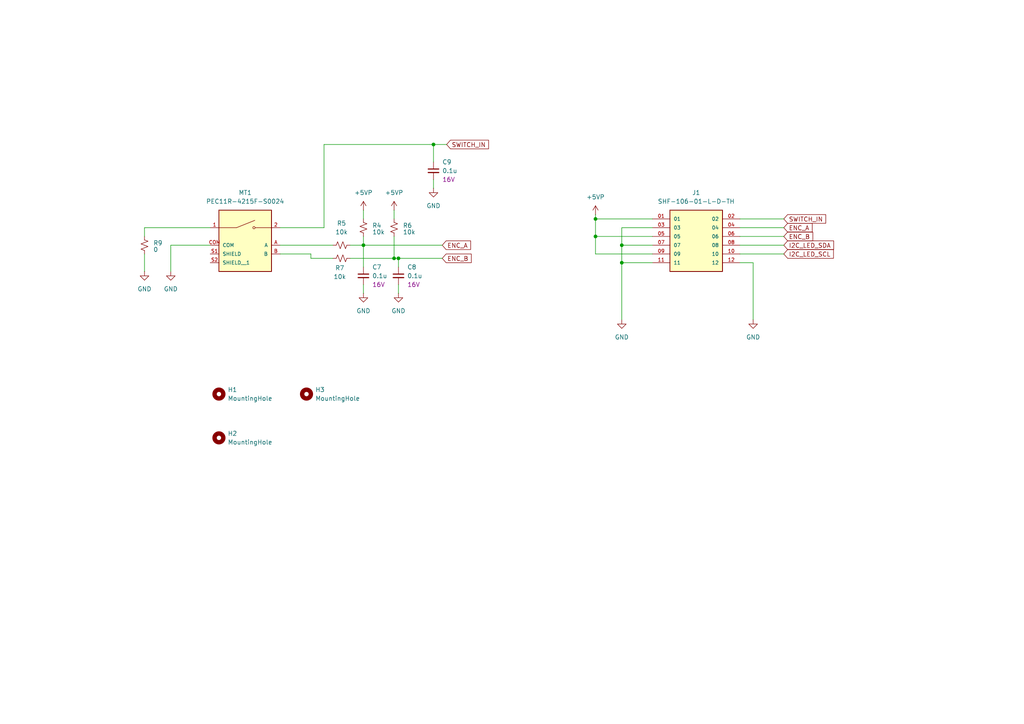
<source format=kicad_sch>
(kicad_sch
	(version 20231120)
	(generator "eeschema")
	(generator_version "8.0")
	(uuid "ee16e683-2c4b-45ab-8082-1dc96de2696a")
	(paper "A4")
	(lib_symbols
		(symbol "1_User_Library:Capacitor_non_polar"
			(pin_numbers hide)
			(pin_names
				(offset 0.254) hide)
			(exclude_from_sim no)
			(in_bom yes)
			(on_board yes)
			(property "Reference" "C"
				(at 2.54 1.778 0)
				(effects
					(font
						(size 1.27 1.27)
					)
					(justify left)
				)
			)
			(property "Value" "val"
				(at 2.54 0 0)
				(effects
					(font
						(size 1.27 1.27)
					)
					(justify left)
				)
			)
			(property "Footprint" ""
				(at 0 0 0)
				(effects
					(font
						(size 1.27 1.27)
					)
					(hide yes)
				)
			)
			(property "Datasheet" "~"
				(at 0 0 0)
				(effects
					(font
						(size 1.27 1.27)
					)
					(hide yes)
				)
			)
			(property "Description" ""
				(at 0 0 0)
				(effects
					(font
						(size 1.27 1.27)
					)
					(hide yes)
				)
			)
			(property "Part Number" ""
				(at 0 0 0)
				(effects
					(font
						(size 1.27 1.27)
					)
					(hide yes)
				)
			)
			(property "Voltage" "Vol"
				(at 2.54 -2.032 0)
				(effects
					(font
						(size 1.27 1.27)
					)
					(justify left)
				)
			)
			(property "ki_keywords" "capacitor cap"
				(at 0 0 0)
				(effects
					(font
						(size 1.27 1.27)
					)
					(hide yes)
				)
			)
			(property "ki_fp_filters" "C_*"
				(at 0 0 0)
				(effects
					(font
						(size 1.27 1.27)
					)
					(hide yes)
				)
			)
			(symbol "Capacitor_non_polar_0_1"
				(polyline
					(pts
						(xy -1.524 -0.508) (xy 1.524 -0.508)
					)
					(stroke
						(width 0.3302)
						(type default)
					)
					(fill
						(type none)
					)
				)
				(polyline
					(pts
						(xy -1.524 0.508) (xy 1.524 0.508)
					)
					(stroke
						(width 0.3048)
						(type default)
					)
					(fill
						(type none)
					)
				)
			)
			(symbol "Capacitor_non_polar_1_1"
				(pin passive line
					(at 0 2.54 270)
					(length 2.032)
					(name "~"
						(effects
							(font
								(size 1.27 1.27)
							)
						)
					)
					(number "1"
						(effects
							(font
								(size 1.27 1.27)
							)
						)
					)
				)
				(pin passive line
					(at 0 -2.54 90)
					(length 2.032)
					(name "~"
						(effects
							(font
								(size 1.27 1.27)
							)
						)
					)
					(number "2"
						(effects
							(font
								(size 1.27 1.27)
							)
						)
					)
				)
			)
		)
		(symbol "1_User_Library:PEC11R-4215F-S0024"
			(pin_names
				(offset 1.016)
			)
			(exclude_from_sim no)
			(in_bom yes)
			(on_board yes)
			(property "Reference" "MT"
				(at -7.62 8.89 0)
				(effects
					(font
						(size 1.27 1.27)
					)
					(justify left bottom)
				)
			)
			(property "Value" "PEC11R-4215F-S0024"
				(at -7.62 -11.43 0)
				(effects
					(font
						(size 1.27 1.27)
					)
					(justify left top)
				)
			)
			(property "Footprint" "PEC11R-4215F-S0024:XDCR_PEC11R-4215F-S0024"
				(at 0 0 0)
				(effects
					(font
						(size 1.27 1.27)
					)
					(justify bottom)
					(hide yes)
				)
			)
			(property "Datasheet" ""
				(at 0 0 0)
				(effects
					(font
						(size 1.27 1.27)
					)
					(hide yes)
				)
			)
			(property "Description" "2 Bit Quadrature Encoder"
				(at 0 0 0)
				(effects
					(font
						(size 1.27 1.27)
					)
					(hide yes)
				)
			)
			(property "PARTREV" "Rev. 09/19"
				(at 0 0 0)
				(effects
					(font
						(size 1.27 1.27)
					)
					(justify bottom)
					(hide yes)
				)
			)
			(property "MANUFACTURER" "J.W.Miller/Bourns"
				(at 0 0 0)
				(effects
					(font
						(size 1.27 1.27)
					)
					(justify bottom)
					(hide yes)
				)
			)
			(property "MAXIMUM_PACKAGE_HEIGHT" "21.5 mm"
				(at 0 0 0)
				(effects
					(font
						(size 1.27 1.27)
					)
					(justify bottom)
					(hide yes)
				)
			)
			(property "STANDARD" "Manufacturer Recommendations"
				(at 0 0 0)
				(effects
					(font
						(size 1.27 1.27)
					)
					(justify bottom)
					(hide yes)
				)
			)
			(symbol "PEC11R-4215F-S0024_0_0"
				(rectangle
					(start -7.62 -10.16)
					(end 7.62 7.62)
					(stroke
						(width 0.254)
						(type default)
					)
					(fill
						(type background)
					)
				)
				(polyline
					(pts
						(xy -2.54 2.54) (xy -7.62 2.54)
					)
					(stroke
						(width 0.1524)
						(type default)
					)
					(fill
						(type none)
					)
				)
				(polyline
					(pts
						(xy -2.54 2.54) (xy 2.794 4.6736)
					)
					(stroke
						(width 0.1524)
						(type default)
					)
					(fill
						(type none)
					)
				)
				(polyline
					(pts
						(xy 7.62 2.54) (xy 2.921 2.54)
					)
					(stroke
						(width 0.1524)
						(type default)
					)
					(fill
						(type none)
					)
				)
				(circle
					(center 2.54 2.54)
					(radius 0.3302)
					(stroke
						(width 0.1524)
						(type default)
					)
					(fill
						(type none)
					)
				)
				(pin passive line
					(at -10.16 2.54 0)
					(length 2.54)
					(name "~"
						(effects
							(font
								(size 1.016 1.016)
							)
						)
					)
					(number "1"
						(effects
							(font
								(size 1.016 1.016)
							)
						)
					)
				)
				(pin passive line
					(at 10.16 2.54 180)
					(length 2.54)
					(name "~"
						(effects
							(font
								(size 1.016 1.016)
							)
						)
					)
					(number "2"
						(effects
							(font
								(size 1.016 1.016)
							)
						)
					)
				)
				(pin passive line
					(at 10.16 -2.54 180)
					(length 2.54)
					(name "A"
						(effects
							(font
								(size 1.016 1.016)
							)
						)
					)
					(number "A"
						(effects
							(font
								(size 1.016 1.016)
							)
						)
					)
				)
				(pin passive line
					(at 10.16 -5.08 180)
					(length 2.54)
					(name "B"
						(effects
							(font
								(size 1.016 1.016)
							)
						)
					)
					(number "B"
						(effects
							(font
								(size 1.016 1.016)
							)
						)
					)
				)
				(pin passive line
					(at -10.16 -2.54 0)
					(length 2.54)
					(name "COM"
						(effects
							(font
								(size 1.016 1.016)
							)
						)
					)
					(number "COM"
						(effects
							(font
								(size 1.016 1.016)
							)
						)
					)
				)
				(pin passive line
					(at -10.16 -5.08 0)
					(length 2.54)
					(name "SHIELD"
						(effects
							(font
								(size 1.016 1.016)
							)
						)
					)
					(number "S1"
						(effects
							(font
								(size 1.016 1.016)
							)
						)
					)
				)
				(pin passive line
					(at -10.16 -7.62 0)
					(length 2.54)
					(name "SHIELD__1"
						(effects
							(font
								(size 1.016 1.016)
							)
						)
					)
					(number "S2"
						(effects
							(font
								(size 1.016 1.016)
							)
						)
					)
				)
			)
		)
		(symbol "1_User_Library:Resistor"
			(pin_numbers hide)
			(pin_names
				(offset 0.254) hide)
			(exclude_from_sim no)
			(in_bom yes)
			(on_board yes)
			(property "Reference" "R"
				(at 0.762 0.508 0)
				(effects
					(font
						(size 1.27 1.27)
					)
					(justify left)
				)
			)
			(property "Value" ""
				(at 0.762 -1.016 0)
				(effects
					(font
						(size 1.27 1.27)
					)
					(justify left)
				)
			)
			(property "Footprint" ""
				(at 0 0 0)
				(effects
					(font
						(size 1.27 1.27)
					)
					(hide yes)
				)
			)
			(property "Datasheet" "~"
				(at 0 0 0)
				(effects
					(font
						(size 1.27 1.27)
					)
					(hide yes)
				)
			)
			(property "Description" ""
				(at 0 0 0)
				(effects
					(font
						(size 1.27 1.27)
					)
					(hide yes)
				)
			)
			(property "Part Number" ""
				(at 0 0 0)
				(effects
					(font
						(size 1.27 1.27)
					)
					(hide yes)
				)
			)
			(property "ki_keywords" "r resistor"
				(at 0 0 0)
				(effects
					(font
						(size 1.27 1.27)
					)
					(hide yes)
				)
			)
			(property "ki_fp_filters" "R_*"
				(at 0 0 0)
				(effects
					(font
						(size 1.27 1.27)
					)
					(hide yes)
				)
			)
			(symbol "Resistor_1_1"
				(polyline
					(pts
						(xy 0 0) (xy 1.016 -0.381) (xy 0 -0.762) (xy -1.016 -1.143) (xy 0 -1.524)
					)
					(stroke
						(width 0)
						(type default)
					)
					(fill
						(type none)
					)
				)
				(polyline
					(pts
						(xy 0 1.524) (xy 1.016 1.143) (xy 0 0.762) (xy -1.016 0.381) (xy 0 0)
					)
					(stroke
						(width 0)
						(type default)
					)
					(fill
						(type none)
					)
				)
				(pin passive line
					(at 0 2.54 270)
					(length 1.016)
					(name "~"
						(effects
							(font
								(size 1.27 1.27)
							)
						)
					)
					(number "1"
						(effects
							(font
								(size 1.27 1.27)
							)
						)
					)
				)
				(pin passive line
					(at 0 -2.54 90)
					(length 1.016)
					(name "~"
						(effects
							(font
								(size 1.27 1.27)
							)
						)
					)
					(number "2"
						(effects
							(font
								(size 1.27 1.27)
							)
						)
					)
				)
			)
		)
		(symbol "1_User_Library:SHF-106-01-L-D-TH"
			(pin_names
				(offset 1.016)
			)
			(exclude_from_sim no)
			(in_bom yes)
			(on_board yes)
			(property "Reference" "J"
				(at -1.016 12.7 0)
				(effects
					(font
						(size 1.27 1.27)
					)
					(justify left bottom)
				)
			)
			(property "Value" "SHF-106-01-L-D-TH"
				(at -11.43 10.414 0)
				(effects
					(font
						(size 1.27 1.27)
					)
					(justify left bottom)
				)
			)
			(property "Footprint" "1_User_Library:SAMTEC_SHF-106-01-L-D-TH"
				(at 0 0 0)
				(effects
					(font
						(size 1.27 1.27)
					)
					(justify bottom)
					(hide yes)
				)
			)
			(property "Datasheet" ""
				(at 0 0 0)
				(effects
					(font
						(size 1.27 1.27)
					)
					(hide yes)
				)
			)
			(property "Description" ""
				(at 0 0 0)
				(effects
					(font
						(size 1.27 1.27)
					)
					(hide yes)
				)
			)
			(property "PARTREV" "R"
				(at 0 0 0)
				(effects
					(font
						(size 1.27 1.27)
					)
					(justify bottom)
					(hide yes)
				)
			)
			(property "MANUFACTURER" "Samtec"
				(at 0 0 0)
				(effects
					(font
						(size 1.27 1.27)
					)
					(justify bottom)
					(hide yes)
				)
			)
			(property "STANDARD" "Manufacturer Recommendations"
				(at 0 0 0)
				(effects
					(font
						(size 1.27 1.27)
					)
					(justify bottom)
					(hide yes)
				)
			)
			(symbol "SHF-106-01-L-D-TH_0_0"
				(rectangle
					(start -7.62 -7.62)
					(end 7.62 10.16)
					(stroke
						(width 0.254)
						(type default)
					)
					(fill
						(type background)
					)
				)
				(pin passive line
					(at -12.7 7.62 0)
					(length 5.08)
					(name "01"
						(effects
							(font
								(size 1.016 1.016)
							)
						)
					)
					(number "01"
						(effects
							(font
								(size 1.016 1.016)
							)
						)
					)
				)
				(pin passive line
					(at 12.7 7.62 180)
					(length 5.08)
					(name "02"
						(effects
							(font
								(size 1.016 1.016)
							)
						)
					)
					(number "02"
						(effects
							(font
								(size 1.016 1.016)
							)
						)
					)
				)
				(pin passive line
					(at -12.7 5.08 0)
					(length 5.08)
					(name "03"
						(effects
							(font
								(size 1.016 1.016)
							)
						)
					)
					(number "03"
						(effects
							(font
								(size 1.016 1.016)
							)
						)
					)
				)
				(pin passive line
					(at 12.7 5.08 180)
					(length 5.08)
					(name "04"
						(effects
							(font
								(size 1.016 1.016)
							)
						)
					)
					(number "04"
						(effects
							(font
								(size 1.016 1.016)
							)
						)
					)
				)
				(pin passive line
					(at -12.7 2.54 0)
					(length 5.08)
					(name "05"
						(effects
							(font
								(size 1.016 1.016)
							)
						)
					)
					(number "05"
						(effects
							(font
								(size 1.016 1.016)
							)
						)
					)
				)
				(pin passive line
					(at 12.7 2.54 180)
					(length 5.08)
					(name "06"
						(effects
							(font
								(size 1.016 1.016)
							)
						)
					)
					(number "06"
						(effects
							(font
								(size 1.016 1.016)
							)
						)
					)
				)
				(pin passive line
					(at -12.7 0 0)
					(length 5.08)
					(name "07"
						(effects
							(font
								(size 1.016 1.016)
							)
						)
					)
					(number "07"
						(effects
							(font
								(size 1.016 1.016)
							)
						)
					)
				)
				(pin passive line
					(at 12.7 0 180)
					(length 5.08)
					(name "08"
						(effects
							(font
								(size 1.016 1.016)
							)
						)
					)
					(number "08"
						(effects
							(font
								(size 1.016 1.016)
							)
						)
					)
				)
				(pin passive line
					(at -12.7 -2.54 0)
					(length 5.08)
					(name "09"
						(effects
							(font
								(size 1.016 1.016)
							)
						)
					)
					(number "09"
						(effects
							(font
								(size 1.016 1.016)
							)
						)
					)
				)
				(pin passive line
					(at 12.7 -2.54 180)
					(length 5.08)
					(name "10"
						(effects
							(font
								(size 1.016 1.016)
							)
						)
					)
					(number "10"
						(effects
							(font
								(size 1.016 1.016)
							)
						)
					)
				)
				(pin passive line
					(at -12.7 -5.08 0)
					(length 5.08)
					(name "11"
						(effects
							(font
								(size 1.016 1.016)
							)
						)
					)
					(number "11"
						(effects
							(font
								(size 1.016 1.016)
							)
						)
					)
				)
				(pin passive line
					(at 12.7 -5.08 180)
					(length 5.08)
					(name "12"
						(effects
							(font
								(size 1.016 1.016)
							)
						)
					)
					(number "12"
						(effects
							(font
								(size 1.016 1.016)
							)
						)
					)
				)
			)
		)
		(symbol "Mechanical:MountingHole"
			(pin_names
				(offset 1.016)
			)
			(exclude_from_sim yes)
			(in_bom no)
			(on_board yes)
			(property "Reference" "H"
				(at 0 5.08 0)
				(effects
					(font
						(size 1.27 1.27)
					)
				)
			)
			(property "Value" "MountingHole"
				(at 0 3.175 0)
				(effects
					(font
						(size 1.27 1.27)
					)
				)
			)
			(property "Footprint" ""
				(at 0 0 0)
				(effects
					(font
						(size 1.27 1.27)
					)
					(hide yes)
				)
			)
			(property "Datasheet" "~"
				(at 0 0 0)
				(effects
					(font
						(size 1.27 1.27)
					)
					(hide yes)
				)
			)
			(property "Description" "Mounting Hole without connection"
				(at 0 0 0)
				(effects
					(font
						(size 1.27 1.27)
					)
					(hide yes)
				)
			)
			(property "ki_keywords" "mounting hole"
				(at 0 0 0)
				(effects
					(font
						(size 1.27 1.27)
					)
					(hide yes)
				)
			)
			(property "ki_fp_filters" "MountingHole*"
				(at 0 0 0)
				(effects
					(font
						(size 1.27 1.27)
					)
					(hide yes)
				)
			)
			(symbol "MountingHole_0_1"
				(circle
					(center 0 0)
					(radius 1.27)
					(stroke
						(width 1.27)
						(type default)
					)
					(fill
						(type none)
					)
				)
			)
		)
		(symbol "power:+5VP"
			(power)
			(pin_numbers hide)
			(pin_names
				(offset 0) hide)
			(exclude_from_sim no)
			(in_bom yes)
			(on_board yes)
			(property "Reference" "#PWR"
				(at 0 -3.81 0)
				(effects
					(font
						(size 1.27 1.27)
					)
					(hide yes)
				)
			)
			(property "Value" "+5VP"
				(at 0 3.556 0)
				(effects
					(font
						(size 1.27 1.27)
					)
				)
			)
			(property "Footprint" ""
				(at 0 0 0)
				(effects
					(font
						(size 1.27 1.27)
					)
					(hide yes)
				)
			)
			(property "Datasheet" ""
				(at 0 0 0)
				(effects
					(font
						(size 1.27 1.27)
					)
					(hide yes)
				)
			)
			(property "Description" "Power symbol creates a global label with name \"+5VP\""
				(at 0 0 0)
				(effects
					(font
						(size 1.27 1.27)
					)
					(hide yes)
				)
			)
			(property "ki_keywords" "global power"
				(at 0 0 0)
				(effects
					(font
						(size 1.27 1.27)
					)
					(hide yes)
				)
			)
			(symbol "+5VP_0_1"
				(polyline
					(pts
						(xy -0.762 1.27) (xy 0 2.54)
					)
					(stroke
						(width 0)
						(type default)
					)
					(fill
						(type none)
					)
				)
				(polyline
					(pts
						(xy 0 0) (xy 0 2.54)
					)
					(stroke
						(width 0)
						(type default)
					)
					(fill
						(type none)
					)
				)
				(polyline
					(pts
						(xy 0 2.54) (xy 0.762 1.27)
					)
					(stroke
						(width 0)
						(type default)
					)
					(fill
						(type none)
					)
				)
			)
			(symbol "+5VP_1_1"
				(pin power_in line
					(at 0 0 90)
					(length 0)
					(name "~"
						(effects
							(font
								(size 1.27 1.27)
							)
						)
					)
					(number "1"
						(effects
							(font
								(size 1.27 1.27)
							)
						)
					)
				)
			)
		)
		(symbol "power:GND"
			(power)
			(pin_numbers hide)
			(pin_names
				(offset 0) hide)
			(exclude_from_sim no)
			(in_bom yes)
			(on_board yes)
			(property "Reference" "#PWR"
				(at 0 -6.35 0)
				(effects
					(font
						(size 1.27 1.27)
					)
					(hide yes)
				)
			)
			(property "Value" "GND"
				(at 0 -3.81 0)
				(effects
					(font
						(size 1.27 1.27)
					)
				)
			)
			(property "Footprint" ""
				(at 0 0 0)
				(effects
					(font
						(size 1.27 1.27)
					)
					(hide yes)
				)
			)
			(property "Datasheet" ""
				(at 0 0 0)
				(effects
					(font
						(size 1.27 1.27)
					)
					(hide yes)
				)
			)
			(property "Description" "Power symbol creates a global label with name \"GND\" , ground"
				(at 0 0 0)
				(effects
					(font
						(size 1.27 1.27)
					)
					(hide yes)
				)
			)
			(property "ki_keywords" "global power"
				(at 0 0 0)
				(effects
					(font
						(size 1.27 1.27)
					)
					(hide yes)
				)
			)
			(symbol "GND_0_1"
				(polyline
					(pts
						(xy 0 0) (xy 0 -1.27) (xy 1.27 -1.27) (xy 0 -2.54) (xy -1.27 -1.27) (xy 0 -1.27)
					)
					(stroke
						(width 0)
						(type default)
					)
					(fill
						(type none)
					)
				)
			)
			(symbol "GND_1_1"
				(pin power_in line
					(at 0 0 270)
					(length 0)
					(name "~"
						(effects
							(font
								(size 1.27 1.27)
							)
						)
					)
					(number "1"
						(effects
							(font
								(size 1.27 1.27)
							)
						)
					)
				)
			)
		)
	)
	(junction
		(at 172.72 68.58)
		(diameter 0)
		(color 0 0 0 0)
		(uuid "17049e69-b699-4941-945f-a358afbf59ed")
	)
	(junction
		(at 172.72 63.5)
		(diameter 0)
		(color 0 0 0 0)
		(uuid "5b2d4684-9396-494c-ae3c-04a8573afac5")
	)
	(junction
		(at 180.34 76.2)
		(diameter 0)
		(color 0 0 0 0)
		(uuid "8d103847-b431-4bae-a5a0-6bc636c567dc")
	)
	(junction
		(at 115.57 74.93)
		(diameter 0)
		(color 0 0 0 0)
		(uuid "9ec9b0fb-e1f3-4062-93b3-e0ec9c01e74a")
	)
	(junction
		(at 114.3 74.93)
		(diameter 0)
		(color 0 0 0 0)
		(uuid "b97ffea0-d227-44e5-9fbd-16605cb796bb")
	)
	(junction
		(at 180.34 71.12)
		(diameter 0)
		(color 0 0 0 0)
		(uuid "cefee3bc-36fe-4e53-8b56-4f97db6afd02")
	)
	(junction
		(at 125.73 41.91)
		(diameter 0)
		(color 0 0 0 0)
		(uuid "db6d8d25-e751-4e14-9205-2bfc360578e0")
	)
	(junction
		(at 105.41 71.12)
		(diameter 0)
		(color 0 0 0 0)
		(uuid "f3d005ce-136b-47db-86c1-1caa99019795")
	)
	(wire
		(pts
			(xy 214.63 71.12) (xy 227.33 71.12)
		)
		(stroke
			(width 0)
			(type default)
		)
		(uuid "01223286-7d17-435d-a3d1-14a8cf1feefa")
	)
	(wire
		(pts
			(xy 105.41 71.12) (xy 128.27 71.12)
		)
		(stroke
			(width 0)
			(type default)
		)
		(uuid "0171edc9-7eca-4122-ae5f-e732a29fefa3")
	)
	(wire
		(pts
			(xy 214.63 66.04) (xy 227.33 66.04)
		)
		(stroke
			(width 0)
			(type default)
		)
		(uuid "027ccabe-baf3-4d40-8b14-86cc60692207")
	)
	(wire
		(pts
			(xy 115.57 82.55) (xy 115.57 85.09)
		)
		(stroke
			(width 0)
			(type default)
		)
		(uuid "037fcb60-8ba4-4c63-8518-4b111859e3ab")
	)
	(wire
		(pts
			(xy 214.63 73.66) (xy 227.33 73.66)
		)
		(stroke
			(width 0)
			(type default)
		)
		(uuid "040ec7ce-73f2-4292-98af-1c9a88a1bcf9")
	)
	(wire
		(pts
			(xy 115.57 74.93) (xy 128.27 74.93)
		)
		(stroke
			(width 0)
			(type default)
		)
		(uuid "0480f7c4-2ec5-4ab5-8399-df5a24784296")
	)
	(wire
		(pts
			(xy 180.34 76.2) (xy 180.34 92.71)
		)
		(stroke
			(width 0)
			(type default)
		)
		(uuid "0791727c-8eae-4c07-b1d0-6de9cc0ba949")
	)
	(wire
		(pts
			(xy 93.98 66.04) (xy 93.98 41.91)
		)
		(stroke
			(width 0)
			(type default)
		)
		(uuid "0c216264-c80d-4227-b914-825dac5ac473")
	)
	(wire
		(pts
			(xy 172.72 68.58) (xy 172.72 73.66)
		)
		(stroke
			(width 0)
			(type default)
		)
		(uuid "15e6dc30-e680-451a-9be2-a416c748f192")
	)
	(wire
		(pts
			(xy 105.41 82.55) (xy 105.41 85.09)
		)
		(stroke
			(width 0)
			(type default)
		)
		(uuid "22c264a8-8630-4f1f-afc8-c92c0ea418f6")
	)
	(wire
		(pts
			(xy 90.17 74.93) (xy 96.52 74.93)
		)
		(stroke
			(width 0)
			(type default)
		)
		(uuid "24def0c2-4987-4985-ab90-7b4d41e61000")
	)
	(wire
		(pts
			(xy 218.44 76.2) (xy 218.44 92.71)
		)
		(stroke
			(width 0)
			(type default)
		)
		(uuid "2ac4bc22-ba30-4809-bb9a-7c10a0af8f22")
	)
	(wire
		(pts
			(xy 41.91 66.04) (xy 41.91 68.58)
		)
		(stroke
			(width 0)
			(type default)
		)
		(uuid "32e00fd3-1351-4241-aa1b-36d917fa082f")
	)
	(wire
		(pts
			(xy 172.72 63.5) (xy 189.23 63.5)
		)
		(stroke
			(width 0)
			(type default)
		)
		(uuid "3489a005-a877-4504-8881-e6918a4e8595")
	)
	(wire
		(pts
			(xy 180.34 66.04) (xy 189.23 66.04)
		)
		(stroke
			(width 0)
			(type default)
		)
		(uuid "38a53392-a0c6-440e-b747-24fec9d04df0")
	)
	(wire
		(pts
			(xy 115.57 77.47) (xy 115.57 74.93)
		)
		(stroke
			(width 0)
			(type default)
		)
		(uuid "3a758cb3-c7fd-4632-a538-8be5b0ef1529")
	)
	(wire
		(pts
			(xy 105.41 71.12) (xy 105.41 77.47)
		)
		(stroke
			(width 0)
			(type default)
		)
		(uuid "3b49849a-7145-4654-b651-69fcc6861826")
	)
	(wire
		(pts
			(xy 172.72 63.5) (xy 172.72 68.58)
		)
		(stroke
			(width 0)
			(type default)
		)
		(uuid "41126df2-7fda-4e40-852a-1594766f5ad0")
	)
	(wire
		(pts
			(xy 105.41 60.96) (xy 105.41 63.5)
		)
		(stroke
			(width 0)
			(type default)
		)
		(uuid "4bc3b8e0-d4db-4e55-b573-d38bb3bea02e")
	)
	(wire
		(pts
			(xy 41.91 73.66) (xy 41.91 78.74)
		)
		(stroke
			(width 0)
			(type default)
		)
		(uuid "501916fb-b7ec-4bac-a9a9-366955030bbc")
	)
	(wire
		(pts
			(xy 114.3 60.96) (xy 114.3 63.5)
		)
		(stroke
			(width 0)
			(type default)
		)
		(uuid "51261cf4-9091-42bc-848f-76e4831a7354")
	)
	(wire
		(pts
			(xy 60.96 71.12) (xy 49.53 71.12)
		)
		(stroke
			(width 0)
			(type default)
		)
		(uuid "51b6873c-d021-474e-8fc7-56a8a9becf49")
	)
	(wire
		(pts
			(xy 125.73 52.07) (xy 125.73 54.61)
		)
		(stroke
			(width 0)
			(type default)
		)
		(uuid "55f12bd6-98dc-43b1-8a1c-e3e7e92ce177")
	)
	(wire
		(pts
			(xy 115.57 74.93) (xy 114.3 74.93)
		)
		(stroke
			(width 0)
			(type default)
		)
		(uuid "5fc10fab-c4cf-4592-a125-611add3510eb")
	)
	(wire
		(pts
			(xy 214.63 63.5) (xy 227.33 63.5)
		)
		(stroke
			(width 0)
			(type default)
		)
		(uuid "6dbdb4b0-8e86-4bf1-b3a1-8fa2e85dd21c")
	)
	(wire
		(pts
			(xy 180.34 71.12) (xy 180.34 76.2)
		)
		(stroke
			(width 0)
			(type default)
		)
		(uuid "781556ff-50fa-4400-9093-6afd4800f2dd")
	)
	(wire
		(pts
			(xy 172.72 62.23) (xy 172.72 63.5)
		)
		(stroke
			(width 0)
			(type default)
		)
		(uuid "860e60c8-9d1f-4017-84a6-d2165e9a2ed3")
	)
	(wire
		(pts
			(xy 180.34 71.12) (xy 189.23 71.12)
		)
		(stroke
			(width 0)
			(type default)
		)
		(uuid "86dfd7cb-548e-4c43-81c0-937a20b15bc3")
	)
	(wire
		(pts
			(xy 81.28 66.04) (xy 93.98 66.04)
		)
		(stroke
			(width 0)
			(type default)
		)
		(uuid "8cfe0c01-ae27-43f3-873d-44a57009726d")
	)
	(wire
		(pts
			(xy 172.72 73.66) (xy 189.23 73.66)
		)
		(stroke
			(width 0)
			(type default)
		)
		(uuid "a0d5b5b7-70bf-4197-ad31-865b0432ddfd")
	)
	(wire
		(pts
			(xy 81.28 73.66) (xy 90.17 73.66)
		)
		(stroke
			(width 0)
			(type default)
		)
		(uuid "b5d7fd6d-f381-41e3-a628-f707afd305d5")
	)
	(wire
		(pts
			(xy 172.72 68.58) (xy 189.23 68.58)
		)
		(stroke
			(width 0)
			(type default)
		)
		(uuid "c3cc7247-d45d-4862-849a-4d41092f1407")
	)
	(wire
		(pts
			(xy 114.3 74.93) (xy 114.3 68.58)
		)
		(stroke
			(width 0)
			(type default)
		)
		(uuid "c5925945-83cc-4751-a2d1-cc1433cf7e76")
	)
	(wire
		(pts
			(xy 93.98 41.91) (xy 125.73 41.91)
		)
		(stroke
			(width 0)
			(type default)
		)
		(uuid "c91137a1-16fd-4991-8cb6-179241e4d88a")
	)
	(wire
		(pts
			(xy 81.28 71.12) (xy 96.52 71.12)
		)
		(stroke
			(width 0)
			(type default)
		)
		(uuid "cc462198-5b15-451b-81ff-2d4f1b34252f")
	)
	(wire
		(pts
			(xy 218.44 76.2) (xy 214.63 76.2)
		)
		(stroke
			(width 0)
			(type default)
		)
		(uuid "d17ec14d-9480-42a7-83fa-91cffbaf77a3")
	)
	(wire
		(pts
			(xy 105.41 71.12) (xy 105.41 68.58)
		)
		(stroke
			(width 0)
			(type default)
		)
		(uuid "dc7c134f-e6a2-4d39-b83d-13b33563b640")
	)
	(wire
		(pts
			(xy 125.73 41.91) (xy 125.73 46.99)
		)
		(stroke
			(width 0)
			(type default)
		)
		(uuid "dd0d7123-618a-4d7c-803a-e1a5dc5a704d")
	)
	(wire
		(pts
			(xy 90.17 73.66) (xy 90.17 74.93)
		)
		(stroke
			(width 0)
			(type default)
		)
		(uuid "e0df9d7c-1d55-4679-9a13-7403dcaeaf57")
	)
	(wire
		(pts
			(xy 180.34 66.04) (xy 180.34 71.12)
		)
		(stroke
			(width 0)
			(type default)
		)
		(uuid "e78d9531-b265-4208-8ffd-d0eb90bea6c9")
	)
	(wire
		(pts
			(xy 49.53 71.12) (xy 49.53 78.74)
		)
		(stroke
			(width 0)
			(type default)
		)
		(uuid "e96d2c53-ffc1-4d89-a32a-d9aa3b9deb12")
	)
	(wire
		(pts
			(xy 101.6 71.12) (xy 105.41 71.12)
		)
		(stroke
			(width 0)
			(type default)
		)
		(uuid "e98e3b3b-e60d-4228-9eaa-b3ebee335f82")
	)
	(wire
		(pts
			(xy 214.63 68.58) (xy 227.33 68.58)
		)
		(stroke
			(width 0)
			(type default)
		)
		(uuid "e9a83bd3-1062-40cf-9f0b-e42603cc23b5")
	)
	(wire
		(pts
			(xy 125.73 41.91) (xy 129.54 41.91)
		)
		(stroke
			(width 0)
			(type default)
		)
		(uuid "e9c1f2a4-e240-4f90-afa8-9b887f9abae6")
	)
	(wire
		(pts
			(xy 41.91 66.04) (xy 60.96 66.04)
		)
		(stroke
			(width 0)
			(type default)
		)
		(uuid "ec9de48e-bfa5-459b-85fd-ed170488c88e")
	)
	(wire
		(pts
			(xy 180.34 76.2) (xy 189.23 76.2)
		)
		(stroke
			(width 0)
			(type default)
		)
		(uuid "ef5c2f16-2384-4160-896e-a5c1e539cf90")
	)
	(wire
		(pts
			(xy 101.6 74.93) (xy 114.3 74.93)
		)
		(stroke
			(width 0)
			(type default)
		)
		(uuid "fb5c07fe-8c97-4095-b1a4-fa84fc052541")
	)
	(global_label "ENC_B"
		(shape input)
		(at 128.27 74.93 0)
		(fields_autoplaced yes)
		(effects
			(font
				(size 1.27 1.27)
			)
			(justify left)
		)
		(uuid "0a051b56-4533-4225-8cb7-7d275712b855")
		(property "Intersheetrefs" "${INTERSHEET_REFS}"
			(at 137.2423 74.93 0)
			(effects
				(font
					(size 1.27 1.27)
				)
				(justify left)
				(hide yes)
			)
		)
	)
	(global_label "ENC_A"
		(shape input)
		(at 128.27 71.12 0)
		(fields_autoplaced yes)
		(effects
			(font
				(size 1.27 1.27)
			)
			(justify left)
		)
		(uuid "3f453a21-6206-4bd0-8d31-66bacd9560a7")
		(property "Intersheetrefs" "${INTERSHEET_REFS}"
			(at 137.0609 71.12 0)
			(effects
				(font
					(size 1.27 1.27)
				)
				(justify left)
				(hide yes)
			)
		)
	)
	(global_label "ENC_A"
		(shape input)
		(at 227.33 66.04 0)
		(fields_autoplaced yes)
		(effects
			(font
				(size 1.27 1.27)
			)
			(justify left)
		)
		(uuid "4f5fb8a4-3784-4d97-858b-2bd5d75329db")
		(property "Intersheetrefs" "${INTERSHEET_REFS}"
			(at 236.1209 66.04 0)
			(effects
				(font
					(size 1.27 1.27)
				)
				(justify left)
				(hide yes)
			)
		)
	)
	(global_label "I2C_LED_SCL"
		(shape input)
		(at 227.33 73.66 0)
		(fields_autoplaced yes)
		(effects
			(font
				(size 1.27 1.27)
			)
			(justify left)
		)
		(uuid "691b25e3-1647-4c79-8207-ebe0ec656219")
		(property "Intersheetrefs" "${INTERSHEET_REFS}"
			(at 242.2894 73.66 0)
			(effects
				(font
					(size 1.27 1.27)
				)
				(justify left)
				(hide yes)
			)
		)
	)
	(global_label "SWITCH_IN"
		(shape input)
		(at 227.33 63.5 0)
		(fields_autoplaced yes)
		(effects
			(font
				(size 1.27 1.27)
			)
			(justify left)
		)
		(uuid "844299a1-81a5-460f-bcbe-8fbe0e6d3d50")
		(property "Intersheetrefs" "${INTERSHEET_REFS}"
			(at 240.0519 63.5 0)
			(effects
				(font
					(size 1.27 1.27)
				)
				(justify left)
				(hide yes)
			)
		)
	)
	(global_label "SWITCH_IN"
		(shape input)
		(at 129.54 41.91 0)
		(fields_autoplaced yes)
		(effects
			(font
				(size 1.27 1.27)
			)
			(justify left)
		)
		(uuid "ca304c71-9577-429d-acf8-48f390704843")
		(property "Intersheetrefs" "${INTERSHEET_REFS}"
			(at 142.2619 41.91 0)
			(effects
				(font
					(size 1.27 1.27)
				)
				(justify left)
				(hide yes)
			)
		)
	)
	(global_label "I2C_LED_SDA"
		(shape input)
		(at 227.33 71.12 0)
		(fields_autoplaced yes)
		(effects
			(font
				(size 1.27 1.27)
			)
			(justify left)
		)
		(uuid "ce350446-c063-469e-9dce-7e1c5f666935")
		(property "Intersheetrefs" "${INTERSHEET_REFS}"
			(at 242.3499 71.12 0)
			(effects
				(font
					(size 1.27 1.27)
				)
				(justify left)
				(hide yes)
			)
		)
	)
	(global_label "ENC_B"
		(shape input)
		(at 227.33 68.58 0)
		(fields_autoplaced yes)
		(effects
			(font
				(size 1.27 1.27)
			)
			(justify left)
		)
		(uuid "e6cc94cd-9143-4c59-8efd-5888d96adf5a")
		(property "Intersheetrefs" "${INTERSHEET_REFS}"
			(at 236.3023 68.58 0)
			(effects
				(font
					(size 1.27 1.27)
				)
				(justify left)
				(hide yes)
			)
		)
	)
	(symbol
		(lib_id "power:GND")
		(at 125.73 54.61 0)
		(unit 1)
		(exclude_from_sim no)
		(in_bom yes)
		(on_board yes)
		(dnp no)
		(fields_autoplaced yes)
		(uuid "17eff7b9-87cb-49eb-a721-2e2e335496c3")
		(property "Reference" "#PWR06"
			(at 125.73 60.96 0)
			(effects
				(font
					(size 1.27 1.27)
				)
				(hide yes)
			)
		)
		(property "Value" "GND"
			(at 125.73 59.69 0)
			(effects
				(font
					(size 1.27 1.27)
				)
			)
		)
		(property "Footprint" ""
			(at 125.73 54.61 0)
			(effects
				(font
					(size 1.27 1.27)
				)
				(hide yes)
			)
		)
		(property "Datasheet" ""
			(at 125.73 54.61 0)
			(effects
				(font
					(size 1.27 1.27)
				)
				(hide yes)
			)
		)
		(property "Description" "Power symbol creates a global label with name \"GND\" , ground"
			(at 125.73 54.61 0)
			(effects
				(font
					(size 1.27 1.27)
				)
				(hide yes)
			)
		)
		(pin "1"
			(uuid "b077449b-8e3e-4d2b-9572-9cdae2e066d4")
		)
		(instances
			(project "Display"
				(path "/b1737ac0-d1b4-4da0-972b-0f4bc37d3762/0fb8d1cf-2d94-4e78-82ca-ab3f3de2e39f"
					(reference "#PWR06")
					(unit 1)
				)
			)
		)
	)
	(symbol
		(lib_id "1_User_Library:PEC11R-4215F-S0024")
		(at 71.12 68.58 0)
		(unit 1)
		(exclude_from_sim no)
		(in_bom yes)
		(on_board yes)
		(dnp no)
		(fields_autoplaced yes)
		(uuid "3065730c-3247-4c22-befe-0ff3c33eee10")
		(property "Reference" "MT1"
			(at 71.12 55.88 0)
			(effects
				(font
					(size 1.27 1.27)
				)
			)
		)
		(property "Value" "PEC11R-4215F-S0024"
			(at 71.12 58.42 0)
			(effects
				(font
					(size 1.27 1.27)
				)
			)
		)
		(property "Footprint" "1_User_Library:XDCR_PEC11R-4215F-S0024"
			(at 71.12 68.58 0)
			(effects
				(font
					(size 1.27 1.27)
				)
				(justify bottom)
				(hide yes)
			)
		)
		(property "Datasheet" ""
			(at 71.12 68.58 0)
			(effects
				(font
					(size 1.27 1.27)
				)
				(hide yes)
			)
		)
		(property "Description" "2 Bit Quadrature Encoder"
			(at 71.12 68.58 0)
			(effects
				(font
					(size 1.27 1.27)
				)
				(hide yes)
			)
		)
		(property "PARTREV" "Rev. 09/19"
			(at 71.12 68.58 0)
			(effects
				(font
					(size 1.27 1.27)
				)
				(justify bottom)
				(hide yes)
			)
		)
		(property "MANUFACTURER" "J.W.Miller/Bourns"
			(at 71.12 68.58 0)
			(effects
				(font
					(size 1.27 1.27)
				)
				(justify bottom)
				(hide yes)
			)
		)
		(property "MAXIMUM_PACKAGE_HEIGHT" "21.5 mm"
			(at 71.12 68.58 0)
			(effects
				(font
					(size 1.27 1.27)
				)
				(justify bottom)
				(hide yes)
			)
		)
		(property "STANDARD" "Manufacturer Recommendations"
			(at 71.12 68.58 0)
			(effects
				(font
					(size 1.27 1.27)
				)
				(justify bottom)
				(hide yes)
			)
		)
		(property "Part Number" "PEC11R-4215F-S0024"
			(at 71.12 68.58 0)
			(effects
				(font
					(size 1.27 1.27)
				)
				(hide yes)
			)
		)
		(pin "COM"
			(uuid "17ad84fd-fbab-4c5f-b4ad-9278a5248b16")
		)
		(pin "S2"
			(uuid "480654ed-dd1d-4b25-80c2-38871010677e")
		)
		(pin "B"
			(uuid "63e49467-384f-43f4-8a93-1c25f564daf5")
		)
		(pin "1"
			(uuid "763c7ccc-0bc3-451c-84d0-419063e17d12")
		)
		(pin "S1"
			(uuid "4d6b30c6-1336-434d-80a7-f43c342a71de")
		)
		(pin "A"
			(uuid "01b5a1cf-e73a-4002-9527-eb8ba0162f65")
		)
		(pin "2"
			(uuid "8a616261-0ccb-4c2c-86df-5683fd331294")
		)
		(instances
			(project ""
				(path "/b1737ac0-d1b4-4da0-972b-0f4bc37d3762/0fb8d1cf-2d94-4e78-82ca-ab3f3de2e39f"
					(reference "MT1")
					(unit 1)
				)
			)
		)
	)
	(symbol
		(lib_id "power:GND")
		(at 115.57 85.09 0)
		(unit 1)
		(exclude_from_sim no)
		(in_bom yes)
		(on_board yes)
		(dnp no)
		(fields_autoplaced yes)
		(uuid "329bc48c-2239-4883-91a5-7307923646e6")
		(property "Reference" "#PWR015"
			(at 115.57 91.44 0)
			(effects
				(font
					(size 1.27 1.27)
				)
				(hide yes)
			)
		)
		(property "Value" "GND"
			(at 115.57 90.17 0)
			(effects
				(font
					(size 1.27 1.27)
				)
			)
		)
		(property "Footprint" ""
			(at 115.57 85.09 0)
			(effects
				(font
					(size 1.27 1.27)
				)
				(hide yes)
			)
		)
		(property "Datasheet" ""
			(at 115.57 85.09 0)
			(effects
				(font
					(size 1.27 1.27)
				)
				(hide yes)
			)
		)
		(property "Description" "Power symbol creates a global label with name \"GND\" , ground"
			(at 115.57 85.09 0)
			(effects
				(font
					(size 1.27 1.27)
				)
				(hide yes)
			)
		)
		(pin "1"
			(uuid "61bb7b4e-853d-4ff8-9b14-40f20b8f2bd8")
		)
		(instances
			(project "Display"
				(path "/b1737ac0-d1b4-4da0-972b-0f4bc37d3762/0fb8d1cf-2d94-4e78-82ca-ab3f3de2e39f"
					(reference "#PWR015")
					(unit 1)
				)
			)
		)
	)
	(symbol
		(lib_id "1_User_Library:Resistor")
		(at 114.3 66.04 0)
		(unit 1)
		(exclude_from_sim no)
		(in_bom yes)
		(on_board yes)
		(dnp no)
		(fields_autoplaced yes)
		(uuid "3c03393f-946e-4032-8f91-364e522b2265")
		(property "Reference" "R6"
			(at 116.84 65.4049 0)
			(effects
				(font
					(size 1.27 1.27)
				)
				(justify left)
			)
		)
		(property "Value" "10k"
			(at 116.84 67.31 0)
			(effects
				(font
					(size 1.27 1.27)
				)
				(justify left)
			)
		)
		(property "Footprint" "Resistor_SMD:R_0805_2012Metric_Pad1.20x1.40mm_HandSolder"
			(at 114.3 66.04 0)
			(effects
				(font
					(size 1.27 1.27)
				)
				(hide yes)
			)
		)
		(property "Datasheet" "~"
			(at 114.3 66.04 0)
			(effects
				(font
					(size 1.27 1.27)
				)
				(hide yes)
			)
		)
		(property "Description" "RES, 0805, 10K, 1PCT"
			(at 114.3 66.04 0)
			(effects
				(font
					(size 1.27 1.27)
				)
				(hide yes)
			)
		)
		(property "Part Number" "CRCW080510K0FKEA"
			(at 114.3 66.04 0)
			(effects
				(font
					(size 1.27 1.27)
				)
				(hide yes)
			)
		)
		(pin "1"
			(uuid "0d43534a-4e98-4cf9-9db8-474a1a1df1fa")
		)
		(pin "2"
			(uuid "78dff3d1-140b-4f4f-ab2d-2e1c873f1de9")
		)
		(instances
			(project "Display"
				(path "/b1737ac0-d1b4-4da0-972b-0f4bc37d3762/0fb8d1cf-2d94-4e78-82ca-ab3f3de2e39f"
					(reference "R6")
					(unit 1)
				)
			)
		)
	)
	(symbol
		(lib_id "1_User_Library:Resistor")
		(at 99.06 71.12 90)
		(unit 1)
		(exclude_from_sim no)
		(in_bom yes)
		(on_board yes)
		(dnp no)
		(fields_autoplaced yes)
		(uuid "4e60cceb-9ebc-4987-b077-6811bae107b0")
		(property "Reference" "R5"
			(at 99.06 64.77 90)
			(effects
				(font
					(size 1.27 1.27)
				)
			)
		)
		(property "Value" "10k"
			(at 99.06 67.31 90)
			(effects
				(font
					(size 1.27 1.27)
				)
			)
		)
		(property "Footprint" "Resistor_SMD:R_0805_2012Metric_Pad1.20x1.40mm_HandSolder"
			(at 99.06 71.12 0)
			(effects
				(font
					(size 1.27 1.27)
				)
				(hide yes)
			)
		)
		(property "Datasheet" "~"
			(at 99.06 71.12 0)
			(effects
				(font
					(size 1.27 1.27)
				)
				(hide yes)
			)
		)
		(property "Description" "RES, 0805, 10K, 1PCT"
			(at 99.06 71.12 0)
			(effects
				(font
					(size 1.27 1.27)
				)
				(hide yes)
			)
		)
		(property "Part Number" "CRCW080510K0FKEA"
			(at 99.06 71.12 0)
			(effects
				(font
					(size 1.27 1.27)
				)
				(hide yes)
			)
		)
		(pin "1"
			(uuid "8466dc4d-8b83-4f87-978e-15afcfa1ae2f")
		)
		(pin "2"
			(uuid "1e3704bd-c099-4770-ab5c-77e3dbe10207")
		)
		(instances
			(project "Display"
				(path "/b1737ac0-d1b4-4da0-972b-0f4bc37d3762/0fb8d1cf-2d94-4e78-82ca-ab3f3de2e39f"
					(reference "R5")
					(unit 1)
				)
			)
		)
	)
	(symbol
		(lib_id "power:GND")
		(at 180.34 92.71 0)
		(unit 1)
		(exclude_from_sim no)
		(in_bom yes)
		(on_board yes)
		(dnp no)
		(fields_autoplaced yes)
		(uuid "6134eed8-bbc4-4668-92ed-a2ea7eb5332b")
		(property "Reference" "#PWR020"
			(at 180.34 99.06 0)
			(effects
				(font
					(size 1.27 1.27)
				)
				(hide yes)
			)
		)
		(property "Value" "GND"
			(at 180.34 97.79 0)
			(effects
				(font
					(size 1.27 1.27)
				)
			)
		)
		(property "Footprint" ""
			(at 180.34 92.71 0)
			(effects
				(font
					(size 1.27 1.27)
				)
				(hide yes)
			)
		)
		(property "Datasheet" ""
			(at 180.34 92.71 0)
			(effects
				(font
					(size 1.27 1.27)
				)
				(hide yes)
			)
		)
		(property "Description" "Power symbol creates a global label with name \"GND\" , ground"
			(at 180.34 92.71 0)
			(effects
				(font
					(size 1.27 1.27)
				)
				(hide yes)
			)
		)
		(pin "1"
			(uuid "ba10afa0-32ab-408d-8b76-959196af1ef8")
		)
		(instances
			(project "Display"
				(path "/b1737ac0-d1b4-4da0-972b-0f4bc37d3762/0fb8d1cf-2d94-4e78-82ca-ab3f3de2e39f"
					(reference "#PWR020")
					(unit 1)
				)
			)
		)
	)
	(symbol
		(lib_id "1_User_Library:Resistor")
		(at 99.06 74.93 90)
		(unit 1)
		(exclude_from_sim no)
		(in_bom yes)
		(on_board yes)
		(dnp no)
		(uuid "6a871ac7-b7be-4ffb-be4f-98e200c006da")
		(property "Reference" "R7"
			(at 98.552 77.724 90)
			(effects
				(font
					(size 1.27 1.27)
				)
			)
		)
		(property "Value" "10k"
			(at 98.552 80.264 90)
			(effects
				(font
					(size 1.27 1.27)
				)
			)
		)
		(property "Footprint" "Resistor_SMD:R_0805_2012Metric_Pad1.20x1.40mm_HandSolder"
			(at 99.06 74.93 0)
			(effects
				(font
					(size 1.27 1.27)
				)
				(hide yes)
			)
		)
		(property "Datasheet" "~"
			(at 99.06 74.93 0)
			(effects
				(font
					(size 1.27 1.27)
				)
				(hide yes)
			)
		)
		(property "Description" "RES, 0805, 10K, 1PCT"
			(at 99.06 74.93 0)
			(effects
				(font
					(size 1.27 1.27)
				)
				(hide yes)
			)
		)
		(property "Part Number" "CRCW080510K0FKEA"
			(at 99.06 74.93 0)
			(effects
				(font
					(size 1.27 1.27)
				)
				(hide yes)
			)
		)
		(pin "1"
			(uuid "07bcca96-e0ca-4687-8b19-dcfa49cec2e4")
		)
		(pin "2"
			(uuid "2ca43d1d-9000-4263-ab91-e7abbc728430")
		)
		(instances
			(project "Display"
				(path "/b1737ac0-d1b4-4da0-972b-0f4bc37d3762/0fb8d1cf-2d94-4e78-82ca-ab3f3de2e39f"
					(reference "R7")
					(unit 1)
				)
			)
		)
	)
	(symbol
		(lib_id "1_User_Library:Resistor")
		(at 41.91 71.12 0)
		(unit 1)
		(exclude_from_sim no)
		(in_bom yes)
		(on_board yes)
		(dnp no)
		(fields_autoplaced yes)
		(uuid "6ae8a551-78a0-4f4f-b141-a6ede17d2761")
		(property "Reference" "R9"
			(at 44.45 70.4849 0)
			(effects
				(font
					(size 1.27 1.27)
				)
				(justify left)
			)
		)
		(property "Value" "0"
			(at 44.45 72.39 0)
			(effects
				(font
					(size 1.27 1.27)
				)
				(justify left)
			)
		)
		(property "Footprint" "Resistor_SMD:R_0805_2012Metric_Pad1.20x1.40mm_HandSolder"
			(at 41.91 71.12 0)
			(effects
				(font
					(size 1.27 1.27)
				)
				(hide yes)
			)
		)
		(property "Datasheet" "~"
			(at 41.91 71.12 0)
			(effects
				(font
					(size 1.27 1.27)
				)
				(hide yes)
			)
		)
		(property "Description" "RES, 0805, 0-OHM"
			(at 41.91 71.12 0)
			(effects
				(font
					(size 1.27 1.27)
				)
				(hide yes)
			)
		)
		(property "Part Number" "CRCW08050000FKEA"
			(at 41.91 71.12 0)
			(effects
				(font
					(size 1.27 1.27)
				)
				(hide yes)
			)
		)
		(pin "1"
			(uuid "0cefaf37-98a9-46ba-8af1-982906c33053")
		)
		(pin "2"
			(uuid "d97ca596-1b86-4eca-bdda-0d7d79078a0f")
		)
		(instances
			(project "Display"
				(path "/b1737ac0-d1b4-4da0-972b-0f4bc37d3762/0fb8d1cf-2d94-4e78-82ca-ab3f3de2e39f"
					(reference "R9")
					(unit 1)
				)
			)
		)
	)
	(symbol
		(lib_id "power:GND")
		(at 41.91 78.74 0)
		(unit 1)
		(exclude_from_sim no)
		(in_bom yes)
		(on_board yes)
		(dnp no)
		(fields_autoplaced yes)
		(uuid "7259baaa-a2e7-4271-83eb-82587b675dc4")
		(property "Reference" "#PWR018"
			(at 41.91 85.09 0)
			(effects
				(font
					(size 1.27 1.27)
				)
				(hide yes)
			)
		)
		(property "Value" "GND"
			(at 41.91 83.82 0)
			(effects
				(font
					(size 1.27 1.27)
				)
			)
		)
		(property "Footprint" ""
			(at 41.91 78.74 0)
			(effects
				(font
					(size 1.27 1.27)
				)
				(hide yes)
			)
		)
		(property "Datasheet" ""
			(at 41.91 78.74 0)
			(effects
				(font
					(size 1.27 1.27)
				)
				(hide yes)
			)
		)
		(property "Description" "Power symbol creates a global label with name \"GND\" , ground"
			(at 41.91 78.74 0)
			(effects
				(font
					(size 1.27 1.27)
				)
				(hide yes)
			)
		)
		(pin "1"
			(uuid "52d2c4a3-c493-45a8-8f46-d3751cedfa41")
		)
		(instances
			(project "Display"
				(path "/b1737ac0-d1b4-4da0-972b-0f4bc37d3762/0fb8d1cf-2d94-4e78-82ca-ab3f3de2e39f"
					(reference "#PWR018")
					(unit 1)
				)
			)
		)
	)
	(symbol
		(lib_id "Mechanical:MountingHole")
		(at 63.5 127 0)
		(unit 1)
		(exclude_from_sim yes)
		(in_bom no)
		(on_board yes)
		(dnp no)
		(fields_autoplaced yes)
		(uuid "7ce71e12-cc35-4565-bde5-73ca31f4f0e5")
		(property "Reference" "H2"
			(at 66.04 125.7299 0)
			(effects
				(font
					(size 1.27 1.27)
				)
				(justify left)
			)
		)
		(property "Value" "MountingHole"
			(at 66.04 128.2699 0)
			(effects
				(font
					(size 1.27 1.27)
				)
				(justify left)
			)
		)
		(property "Footprint" "MountingHole:MountingHole_2.2mm_M2_Pad"
			(at 63.5 127 0)
			(effects
				(font
					(size 1.27 1.27)
				)
				(hide yes)
			)
		)
		(property "Datasheet" "~"
			(at 63.5 127 0)
			(effects
				(font
					(size 1.27 1.27)
				)
				(hide yes)
			)
		)
		(property "Description" "Mounting Hole without connection"
			(at 63.5 127 0)
			(effects
				(font
					(size 1.27 1.27)
				)
				(hide yes)
			)
		)
		(instances
			(project "Display"
				(path "/b1737ac0-d1b4-4da0-972b-0f4bc37d3762/0fb8d1cf-2d94-4e78-82ca-ab3f3de2e39f"
					(reference "H2")
					(unit 1)
				)
			)
		)
	)
	(symbol
		(lib_id "1_User_Library:Capacitor_non_polar")
		(at 125.73 49.53 0)
		(unit 1)
		(exclude_from_sim no)
		(in_bom yes)
		(on_board yes)
		(dnp no)
		(fields_autoplaced yes)
		(uuid "86f81e44-4061-49d3-a7d4-b96795d53f30")
		(property "Reference" "C9"
			(at 128.27 46.9962 0)
			(effects
				(font
					(size 1.27 1.27)
				)
				(justify left)
			)
		)
		(property "Value" "0.1u"
			(at 128.27 49.5362 0)
			(effects
				(font
					(size 1.27 1.27)
				)
				(justify left)
			)
		)
		(property "Footprint" "Capacitor_SMD:C_0805_2012Metric_Pad1.18x1.45mm_HandSolder"
			(at 125.73 49.53 0)
			(effects
				(font
					(size 1.27 1.27)
				)
				(hide yes)
			)
		)
		(property "Datasheet" "~"
			(at 125.73 49.53 0)
			(effects
				(font
					(size 1.27 1.27)
				)
				(hide yes)
			)
		)
		(property "Description" "CAP, MLCC, 0.1U, 16V, 0805"
			(at 125.73 49.53 0)
			(effects
				(font
					(size 1.27 1.27)
				)
				(hide yes)
			)
		)
		(property "Part Number" "0805YC104MAT2A"
			(at 125.73 49.53 0)
			(effects
				(font
					(size 1.27 1.27)
				)
				(hide yes)
			)
		)
		(property "Voltage" "16V"
			(at 128.27 52.0762 0)
			(effects
				(font
					(size 1.27 1.27)
				)
				(justify left)
			)
		)
		(pin "2"
			(uuid "cd024b78-67ba-4b98-8b75-488b629e57d3")
		)
		(pin "1"
			(uuid "9b6ace5f-a174-416d-9d05-0ab20ec2bcef")
		)
		(instances
			(project "Display"
				(path "/b1737ac0-d1b4-4da0-972b-0f4bc37d3762/0fb8d1cf-2d94-4e78-82ca-ab3f3de2e39f"
					(reference "C9")
					(unit 1)
				)
			)
		)
	)
	(symbol
		(lib_id "power:+5VP")
		(at 114.3 60.96 0)
		(unit 1)
		(exclude_from_sim no)
		(in_bom yes)
		(on_board yes)
		(dnp no)
		(fields_autoplaced yes)
		(uuid "8ef1bc6a-1da7-40a4-8c64-312722e4feb9")
		(property "Reference" "#PWR017"
			(at 114.3 64.77 0)
			(effects
				(font
					(size 1.27 1.27)
				)
				(hide yes)
			)
		)
		(property "Value" "+5VP"
			(at 114.3 55.88 0)
			(effects
				(font
					(size 1.27 1.27)
				)
			)
		)
		(property "Footprint" ""
			(at 114.3 60.96 0)
			(effects
				(font
					(size 1.27 1.27)
				)
				(hide yes)
			)
		)
		(property "Datasheet" ""
			(at 114.3 60.96 0)
			(effects
				(font
					(size 1.27 1.27)
				)
				(hide yes)
			)
		)
		(property "Description" "Power symbol creates a global label with name \"+5VP\""
			(at 114.3 60.96 0)
			(effects
				(font
					(size 1.27 1.27)
				)
				(hide yes)
			)
		)
		(pin "1"
			(uuid "c6992a97-f7d1-4002-baef-500ca100b71f")
		)
		(instances
			(project "Display"
				(path "/b1737ac0-d1b4-4da0-972b-0f4bc37d3762/0fb8d1cf-2d94-4e78-82ca-ab3f3de2e39f"
					(reference "#PWR017")
					(unit 1)
				)
			)
		)
	)
	(symbol
		(lib_id "power:GND")
		(at 218.44 92.71 0)
		(unit 1)
		(exclude_from_sim no)
		(in_bom yes)
		(on_board yes)
		(dnp no)
		(fields_autoplaced yes)
		(uuid "a10bd7b3-0a84-439a-8c33-ce4df2d1f04c")
		(property "Reference" "#PWR022"
			(at 218.44 99.06 0)
			(effects
				(font
					(size 1.27 1.27)
				)
				(hide yes)
			)
		)
		(property "Value" "GND"
			(at 218.44 97.79 0)
			(effects
				(font
					(size 1.27 1.27)
				)
			)
		)
		(property "Footprint" ""
			(at 218.44 92.71 0)
			(effects
				(font
					(size 1.27 1.27)
				)
				(hide yes)
			)
		)
		(property "Datasheet" ""
			(at 218.44 92.71 0)
			(effects
				(font
					(size 1.27 1.27)
				)
				(hide yes)
			)
		)
		(property "Description" "Power symbol creates a global label with name \"GND\" , ground"
			(at 218.44 92.71 0)
			(effects
				(font
					(size 1.27 1.27)
				)
				(hide yes)
			)
		)
		(pin "1"
			(uuid "ef1c7379-78a3-4368-8990-6f01b3b76bc1")
		)
		(instances
			(project "Display"
				(path "/b1737ac0-d1b4-4da0-972b-0f4bc37d3762/0fb8d1cf-2d94-4e78-82ca-ab3f3de2e39f"
					(reference "#PWR022")
					(unit 1)
				)
			)
		)
	)
	(symbol
		(lib_id "1_User_Library:SHF-106-01-L-D-TH")
		(at 201.93 71.12 0)
		(unit 1)
		(exclude_from_sim no)
		(in_bom yes)
		(on_board yes)
		(dnp no)
		(fields_autoplaced yes)
		(uuid "ad426ce9-0121-4850-b6e9-7d9014391cdf")
		(property "Reference" "J1"
			(at 201.93 55.88 0)
			(effects
				(font
					(size 1.27 1.27)
				)
			)
		)
		(property "Value" "SHF-106-01-L-D-TH"
			(at 201.93 58.42 0)
			(effects
				(font
					(size 1.27 1.27)
				)
			)
		)
		(property "Footprint" "1_User_Library:SAMTEC_SHF-106-01-L-D-TH"
			(at 201.93 71.12 0)
			(effects
				(font
					(size 1.27 1.27)
				)
				(justify bottom)
				(hide yes)
			)
		)
		(property "Datasheet" ""
			(at 201.93 71.12 0)
			(effects
				(font
					(size 1.27 1.27)
				)
				(hide yes)
			)
		)
		(property "Description" ""
			(at 201.93 71.12 0)
			(effects
				(font
					(size 1.27 1.27)
				)
				(hide yes)
			)
		)
		(property "PARTREV" "R"
			(at 201.93 71.12 0)
			(effects
				(font
					(size 1.27 1.27)
				)
				(justify bottom)
				(hide yes)
			)
		)
		(property "MANUFACTURER" "Samtec"
			(at 201.93 71.12 0)
			(effects
				(font
					(size 1.27 1.27)
				)
				(justify bottom)
				(hide yes)
			)
		)
		(property "STANDARD" "Manufacturer Recommendations"
			(at 201.93 71.12 0)
			(effects
				(font
					(size 1.27 1.27)
				)
				(justify bottom)
				(hide yes)
			)
		)
		(pin "07"
			(uuid "eb7a8688-dd8d-4b7f-a329-4b7799f8f337")
		)
		(pin "03"
			(uuid "19313824-ba5c-4c5e-8359-67af987f0287")
		)
		(pin "01"
			(uuid "fb2f1ae6-b9b8-46c8-8810-cfc19da642af")
		)
		(pin "08"
			(uuid "c60dccff-2f8b-420c-9d4a-d344d7e2d546")
		)
		(pin "05"
			(uuid "9409c825-188f-4a70-8999-56e7b3141167")
		)
		(pin "11"
			(uuid "08a7697f-1ec7-423b-b9e4-214574ad10ea")
		)
		(pin "12"
			(uuid "a3a6c97d-d1a1-498d-8a48-d0dea9295f2f")
		)
		(pin "04"
			(uuid "c614be98-aaa7-49cd-a9c5-ef17ceae929d")
		)
		(pin "10"
			(uuid "6e356379-45c7-4326-afa9-f381e28737aa")
		)
		(pin "09"
			(uuid "6f7d43c5-b0cc-4350-afd0-9a9d26f5443f")
		)
		(pin "02"
			(uuid "295b6615-5cd9-4728-8534-0b5f4d7c03ec")
		)
		(pin "06"
			(uuid "9591e488-67f8-4594-81b3-63b1a3b9671c")
		)
		(instances
			(project ""
				(path "/b1737ac0-d1b4-4da0-972b-0f4bc37d3762/0fb8d1cf-2d94-4e78-82ca-ab3f3de2e39f"
					(reference "J1")
					(unit 1)
				)
			)
		)
	)
	(symbol
		(lib_id "Mechanical:MountingHole")
		(at 63.5 114.3 0)
		(unit 1)
		(exclude_from_sim yes)
		(in_bom no)
		(on_board yes)
		(dnp no)
		(fields_autoplaced yes)
		(uuid "b968d98b-4f41-43a9-9970-ddc3212642e1")
		(property "Reference" "H1"
			(at 66.04 113.0299 0)
			(effects
				(font
					(size 1.27 1.27)
				)
				(justify left)
			)
		)
		(property "Value" "MountingHole"
			(at 66.04 115.5699 0)
			(effects
				(font
					(size 1.27 1.27)
				)
				(justify left)
			)
		)
		(property "Footprint" "MountingHole:MountingHole_2.2mm_M2_Pad"
			(at 63.5 114.3 0)
			(effects
				(font
					(size 1.27 1.27)
				)
				(hide yes)
			)
		)
		(property "Datasheet" "~"
			(at 63.5 114.3 0)
			(effects
				(font
					(size 1.27 1.27)
				)
				(hide yes)
			)
		)
		(property "Description" "Mounting Hole without connection"
			(at 63.5 114.3 0)
			(effects
				(font
					(size 1.27 1.27)
				)
				(hide yes)
			)
		)
		(instances
			(project "Display"
				(path "/b1737ac0-d1b4-4da0-972b-0f4bc37d3762/0fb8d1cf-2d94-4e78-82ca-ab3f3de2e39f"
					(reference "H1")
					(unit 1)
				)
			)
		)
	)
	(symbol
		(lib_id "power:+5VP")
		(at 105.41 60.96 0)
		(unit 1)
		(exclude_from_sim no)
		(in_bom yes)
		(on_board yes)
		(dnp no)
		(fields_autoplaced yes)
		(uuid "c55b6977-4d12-473c-be07-71c26c700fdc")
		(property "Reference" "#PWR016"
			(at 105.41 64.77 0)
			(effects
				(font
					(size 1.27 1.27)
				)
				(hide yes)
			)
		)
		(property "Value" "+5VP"
			(at 105.41 55.88 0)
			(effects
				(font
					(size 1.27 1.27)
				)
			)
		)
		(property "Footprint" ""
			(at 105.41 60.96 0)
			(effects
				(font
					(size 1.27 1.27)
				)
				(hide yes)
			)
		)
		(property "Datasheet" ""
			(at 105.41 60.96 0)
			(effects
				(font
					(size 1.27 1.27)
				)
				(hide yes)
			)
		)
		(property "Description" "Power symbol creates a global label with name \"+5VP\""
			(at 105.41 60.96 0)
			(effects
				(font
					(size 1.27 1.27)
				)
				(hide yes)
			)
		)
		(pin "1"
			(uuid "9e36ea3e-fd40-4d7f-a2a0-7398e447ae20")
		)
		(instances
			(project "Display"
				(path "/b1737ac0-d1b4-4da0-972b-0f4bc37d3762/0fb8d1cf-2d94-4e78-82ca-ab3f3de2e39f"
					(reference "#PWR016")
					(unit 1)
				)
			)
		)
	)
	(symbol
		(lib_id "power:GND")
		(at 105.41 85.09 0)
		(unit 1)
		(exclude_from_sim no)
		(in_bom yes)
		(on_board yes)
		(dnp no)
		(fields_autoplaced yes)
		(uuid "c6468fee-a93f-463f-bcc3-5164bd86f3f4")
		(property "Reference" "#PWR014"
			(at 105.41 91.44 0)
			(effects
				(font
					(size 1.27 1.27)
				)
				(hide yes)
			)
		)
		(property "Value" "GND"
			(at 105.41 90.17 0)
			(effects
				(font
					(size 1.27 1.27)
				)
			)
		)
		(property "Footprint" ""
			(at 105.41 85.09 0)
			(effects
				(font
					(size 1.27 1.27)
				)
				(hide yes)
			)
		)
		(property "Datasheet" ""
			(at 105.41 85.09 0)
			(effects
				(font
					(size 1.27 1.27)
				)
				(hide yes)
			)
		)
		(property "Description" "Power symbol creates a global label with name \"GND\" , ground"
			(at 105.41 85.09 0)
			(effects
				(font
					(size 1.27 1.27)
				)
				(hide yes)
			)
		)
		(pin "1"
			(uuid "0148f5e9-afd0-4d6c-9a31-863814bb55e7")
		)
		(instances
			(project "Display"
				(path "/b1737ac0-d1b4-4da0-972b-0f4bc37d3762/0fb8d1cf-2d94-4e78-82ca-ab3f3de2e39f"
					(reference "#PWR014")
					(unit 1)
				)
			)
		)
	)
	(symbol
		(lib_id "1_User_Library:Capacitor_non_polar")
		(at 105.41 80.01 0)
		(unit 1)
		(exclude_from_sim no)
		(in_bom yes)
		(on_board yes)
		(dnp no)
		(fields_autoplaced yes)
		(uuid "cd6bb73d-beaa-4b24-bdf4-5324a2f4d790")
		(property "Reference" "C7"
			(at 107.95 77.4762 0)
			(effects
				(font
					(size 1.27 1.27)
				)
				(justify left)
			)
		)
		(property "Value" "0.1u"
			(at 107.95 80.0162 0)
			(effects
				(font
					(size 1.27 1.27)
				)
				(justify left)
			)
		)
		(property "Footprint" "Capacitor_SMD:C_0805_2012Metric_Pad1.18x1.45mm_HandSolder"
			(at 105.41 80.01 0)
			(effects
				(font
					(size 1.27 1.27)
				)
				(hide yes)
			)
		)
		(property "Datasheet" "~"
			(at 105.41 80.01 0)
			(effects
				(font
					(size 1.27 1.27)
				)
				(hide yes)
			)
		)
		(property "Description" "CAP, MLCC, 0.1U, 16V, 0805"
			(at 105.41 80.01 0)
			(effects
				(font
					(size 1.27 1.27)
				)
				(hide yes)
			)
		)
		(property "Part Number" "0805YC104MAT2A"
			(at 105.41 80.01 0)
			(effects
				(font
					(size 1.27 1.27)
				)
				(hide yes)
			)
		)
		(property "Voltage" "16V"
			(at 107.95 82.5562 0)
			(effects
				(font
					(size 1.27 1.27)
				)
				(justify left)
			)
		)
		(pin "2"
			(uuid "65f9bce9-14c2-4c44-9269-751efa996bc7")
		)
		(pin "1"
			(uuid "62ca84d4-ac45-4c3c-9958-e29c4e913a08")
		)
		(instances
			(project "Display"
				(path "/b1737ac0-d1b4-4da0-972b-0f4bc37d3762/0fb8d1cf-2d94-4e78-82ca-ab3f3de2e39f"
					(reference "C7")
					(unit 1)
				)
			)
		)
	)
	(symbol
		(lib_id "1_User_Library:Capacitor_non_polar")
		(at 115.57 80.01 0)
		(unit 1)
		(exclude_from_sim no)
		(in_bom yes)
		(on_board yes)
		(dnp no)
		(fields_autoplaced yes)
		(uuid "d09ee58f-e149-4d79-b1d7-452f43f5a3d8")
		(property "Reference" "C8"
			(at 118.11 77.4762 0)
			(effects
				(font
					(size 1.27 1.27)
				)
				(justify left)
			)
		)
		(property "Value" "0.1u"
			(at 118.11 80.0162 0)
			(effects
				(font
					(size 1.27 1.27)
				)
				(justify left)
			)
		)
		(property "Footprint" "Capacitor_SMD:C_0805_2012Metric_Pad1.18x1.45mm_HandSolder"
			(at 115.57 80.01 0)
			(effects
				(font
					(size 1.27 1.27)
				)
				(hide yes)
			)
		)
		(property "Datasheet" "~"
			(at 115.57 80.01 0)
			(effects
				(font
					(size 1.27 1.27)
				)
				(hide yes)
			)
		)
		(property "Description" "CAP, MLCC, 0.1U, 16V, 0805"
			(at 115.57 80.01 0)
			(effects
				(font
					(size 1.27 1.27)
				)
				(hide yes)
			)
		)
		(property "Part Number" "0805YC104MAT2A"
			(at 115.57 80.01 0)
			(effects
				(font
					(size 1.27 1.27)
				)
				(hide yes)
			)
		)
		(property "Voltage" "16V"
			(at 118.11 82.5562 0)
			(effects
				(font
					(size 1.27 1.27)
				)
				(justify left)
			)
		)
		(pin "2"
			(uuid "97407376-5bdd-4e83-9166-dea257d033d7")
		)
		(pin "1"
			(uuid "dd216e92-6f34-44c0-ad2b-73e38ab15310")
		)
		(instances
			(project "Display"
				(path "/b1737ac0-d1b4-4da0-972b-0f4bc37d3762/0fb8d1cf-2d94-4e78-82ca-ab3f3de2e39f"
					(reference "C8")
					(unit 1)
				)
			)
		)
	)
	(symbol
		(lib_id "1_User_Library:Resistor")
		(at 105.41 66.04 0)
		(unit 1)
		(exclude_from_sim no)
		(in_bom yes)
		(on_board yes)
		(dnp no)
		(fields_autoplaced yes)
		(uuid "e652cb2a-6221-40a9-a94e-e04af06bc23f")
		(property "Reference" "R4"
			(at 107.95 65.4049 0)
			(effects
				(font
					(size 1.27 1.27)
				)
				(justify left)
			)
		)
		(property "Value" "10k"
			(at 107.95 67.31 0)
			(effects
				(font
					(size 1.27 1.27)
				)
				(justify left)
			)
		)
		(property "Footprint" "Resistor_SMD:R_0805_2012Metric_Pad1.20x1.40mm_HandSolder"
			(at 105.41 66.04 0)
			(effects
				(font
					(size 1.27 1.27)
				)
				(hide yes)
			)
		)
		(property "Datasheet" "~"
			(at 105.41 66.04 0)
			(effects
				(font
					(size 1.27 1.27)
				)
				(hide yes)
			)
		)
		(property "Description" "RES, 0805, 10K, 1PCT"
			(at 105.41 66.04 0)
			(effects
				(font
					(size 1.27 1.27)
				)
				(hide yes)
			)
		)
		(property "Part Number" "CRCW080510K0FKEA"
			(at 105.41 66.04 0)
			(effects
				(font
					(size 1.27 1.27)
				)
				(hide yes)
			)
		)
		(pin "1"
			(uuid "2cc3ff4d-d918-4c27-9cb0-75ce4eea83bc")
		)
		(pin "2"
			(uuid "66a928f9-62db-42c5-8f24-73c8302ddc2a")
		)
		(instances
			(project "Display"
				(path "/b1737ac0-d1b4-4da0-972b-0f4bc37d3762/0fb8d1cf-2d94-4e78-82ca-ab3f3de2e39f"
					(reference "R4")
					(unit 1)
				)
			)
		)
	)
	(symbol
		(lib_id "Mechanical:MountingHole")
		(at 88.9 114.3 0)
		(unit 1)
		(exclude_from_sim yes)
		(in_bom no)
		(on_board yes)
		(dnp no)
		(fields_autoplaced yes)
		(uuid "ef513053-b60e-4e56-a36c-816350e4c36f")
		(property "Reference" "H3"
			(at 91.44 113.0299 0)
			(effects
				(font
					(size 1.27 1.27)
				)
				(justify left)
			)
		)
		(property "Value" "MountingHole"
			(at 91.44 115.5699 0)
			(effects
				(font
					(size 1.27 1.27)
				)
				(justify left)
			)
		)
		(property "Footprint" "MountingHole:MountingHole_2.2mm_M2_Pad"
			(at 88.9 114.3 0)
			(effects
				(font
					(size 1.27 1.27)
				)
				(hide yes)
			)
		)
		(property "Datasheet" "~"
			(at 88.9 114.3 0)
			(effects
				(font
					(size 1.27 1.27)
				)
				(hide yes)
			)
		)
		(property "Description" "Mounting Hole without connection"
			(at 88.9 114.3 0)
			(effects
				(font
					(size 1.27 1.27)
				)
				(hide yes)
			)
		)
		(instances
			(project "Display"
				(path "/b1737ac0-d1b4-4da0-972b-0f4bc37d3762/0fb8d1cf-2d94-4e78-82ca-ab3f3de2e39f"
					(reference "H3")
					(unit 1)
				)
			)
		)
	)
	(symbol
		(lib_id "power:GND")
		(at 49.53 78.74 0)
		(unit 1)
		(exclude_from_sim no)
		(in_bom yes)
		(on_board yes)
		(dnp no)
		(fields_autoplaced yes)
		(uuid "f5ff41bd-f809-41ce-9f18-18fe4bc7d30d")
		(property "Reference" "#PWR013"
			(at 49.53 85.09 0)
			(effects
				(font
					(size 1.27 1.27)
				)
				(hide yes)
			)
		)
		(property "Value" "GND"
			(at 49.53 83.82 0)
			(effects
				(font
					(size 1.27 1.27)
				)
			)
		)
		(property "Footprint" ""
			(at 49.53 78.74 0)
			(effects
				(font
					(size 1.27 1.27)
				)
				(hide yes)
			)
		)
		(property "Datasheet" ""
			(at 49.53 78.74 0)
			(effects
				(font
					(size 1.27 1.27)
				)
				(hide yes)
			)
		)
		(property "Description" "Power symbol creates a global label with name \"GND\" , ground"
			(at 49.53 78.74 0)
			(effects
				(font
					(size 1.27 1.27)
				)
				(hide yes)
			)
		)
		(pin "1"
			(uuid "5087a327-1405-44ba-b433-a6ab8505c40f")
		)
		(instances
			(project "Display"
				(path "/b1737ac0-d1b4-4da0-972b-0f4bc37d3762/0fb8d1cf-2d94-4e78-82ca-ab3f3de2e39f"
					(reference "#PWR013")
					(unit 1)
				)
			)
		)
	)
	(symbol
		(lib_id "power:+5VP")
		(at 172.72 62.23 0)
		(unit 1)
		(exclude_from_sim no)
		(in_bom yes)
		(on_board yes)
		(dnp no)
		(fields_autoplaced yes)
		(uuid "fa8cc7c7-1094-4b92-aad3-43f9f6b0d76c")
		(property "Reference" "#PWR021"
			(at 172.72 66.04 0)
			(effects
				(font
					(size 1.27 1.27)
				)
				(hide yes)
			)
		)
		(property "Value" "+5VP"
			(at 172.72 57.15 0)
			(effects
				(font
					(size 1.27 1.27)
				)
			)
		)
		(property "Footprint" ""
			(at 172.72 62.23 0)
			(effects
				(font
					(size 1.27 1.27)
				)
				(hide yes)
			)
		)
		(property "Datasheet" ""
			(at 172.72 62.23 0)
			(effects
				(font
					(size 1.27 1.27)
				)
				(hide yes)
			)
		)
		(property "Description" "Power symbol creates a global label with name \"+5VP\""
			(at 172.72 62.23 0)
			(effects
				(font
					(size 1.27 1.27)
				)
				(hide yes)
			)
		)
		(pin "1"
			(uuid "7991f5cf-32e9-4d12-a32e-55c75e741ba3")
		)
		(instances
			(project "Display"
				(path "/b1737ac0-d1b4-4da0-972b-0f4bc37d3762/0fb8d1cf-2d94-4e78-82ca-ab3f3de2e39f"
					(reference "#PWR021")
					(unit 1)
				)
			)
		)
	)
)

</source>
